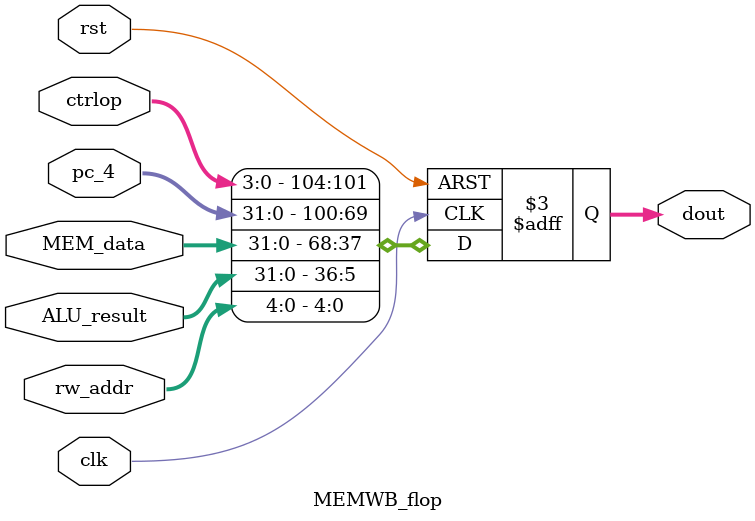
<source format=v>
module MEMWB_flop(ctrlop,pc_4,MEM_data,ALU_result,rw_addr,dout,clk,rst);

  input [3:0] ctrlop;
  input [31:0] pc_4;
  input [31:0] MEM_data;
  input [31:0] ALU_result;
  input [4:0] rw_addr;
  input clk,rst;
  output reg [104:0] dout;

always@(posedge clk or posedge rst)
  if(rst == 1)
    dout = 105'b0;
  else
    dout = {ctrlop,pc_4,MEM_data,ALU_result,rw_addr};

endmodule
</source>
